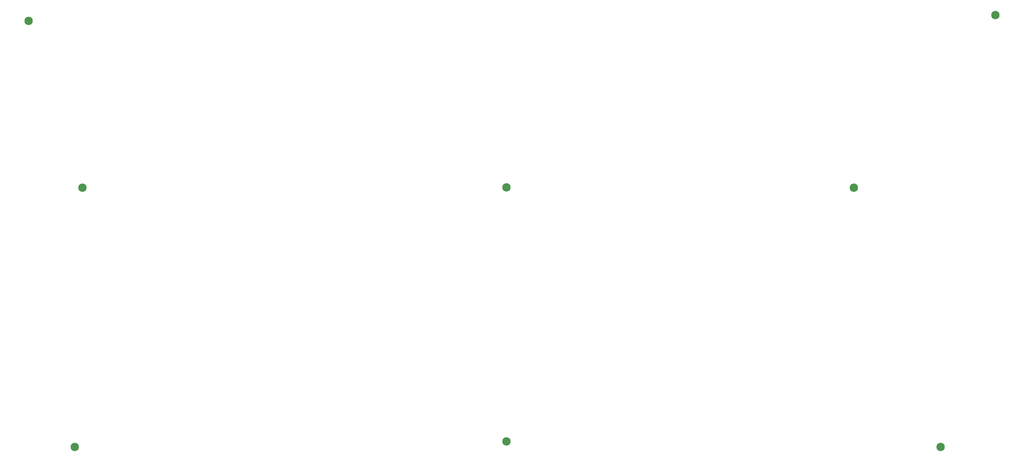
<source format=gbs>
G04 #@! TF.GenerationSoftware,KiCad,Pcbnew,(5.1.9)-1*
G04 #@! TF.CreationDate,2021-05-31T01:11:18+01:00*
G04 #@! TF.ProjectId,Env-KB60F,456e762d-4b42-4363-9046-2e6b69636164,rev?*
G04 #@! TF.SameCoordinates,Original*
G04 #@! TF.FileFunction,Soldermask,Bot*
G04 #@! TF.FilePolarity,Negative*
%FSLAX46Y46*%
G04 Gerber Fmt 4.6, Leading zero omitted, Abs format (unit mm)*
G04 Created by KiCad (PCBNEW (5.1.9)-1) date 2021-05-31 01:11:18*
%MOMM*%
%LPD*%
G01*
G04 APERTURE LIST*
%ADD10C,2.302000*%
G04 APERTURE END LIST*
D10*
X353050000Y-36500000D03*
X314100000Y-84100000D03*
X218500000Y-84000000D03*
X338000000Y-155500000D03*
X101800000Y-84100000D03*
X87000000Y-38100000D03*
X99750000Y-155500000D03*
X218500000Y-154000000D03*
M02*

</source>
